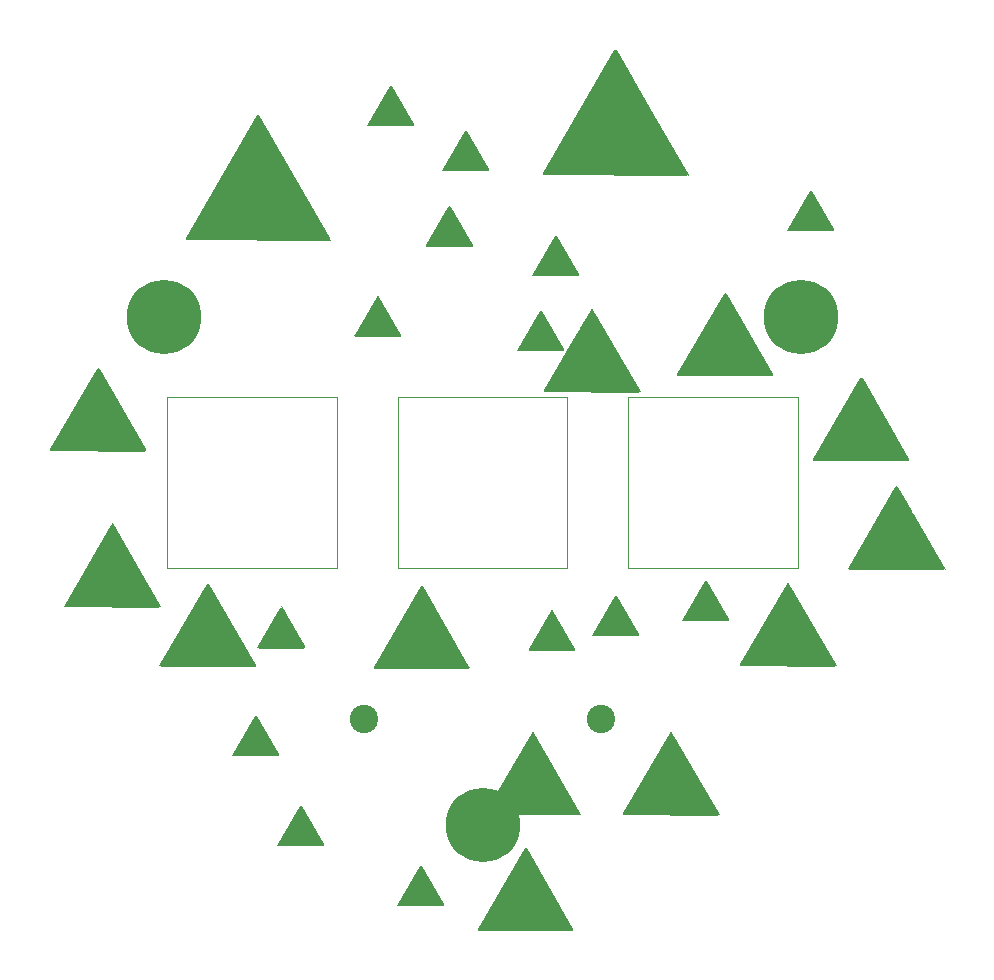
<source format=gbr>
%TF.GenerationSoftware,KiCad,Pcbnew,(7.0.0-0)*%
%TF.CreationDate,2023-03-08T23:01:28-06:00*%
%TF.ProjectId,RP2040_minimal,52503230-3430-45f6-9d69-6e696d616c2e,REV1*%
%TF.SameCoordinates,Original*%
%TF.FileFunction,Soldermask,Bot*%
%TF.FilePolarity,Negative*%
%FSLAX46Y46*%
G04 Gerber Fmt 4.6, Leading zero omitted, Abs format (unit mm)*
G04 Created by KiCad (PCBNEW (7.0.0-0)) date 2023-03-08 23:01:28*
%MOMM*%
%LPD*%
G01*
G04 APERTURE LIST*
%TA.AperFunction,Profile*%
%ADD10C,0.120000*%
%TD*%
%ADD11C,2.402000*%
%ADD12C,6.302000*%
%ADD13C,4.302000*%
G04 APERTURE END LIST*
D10*
%TO.C,REF\u002A\u002A*%
X-26675000Y7250000D02*
X-12325000Y7250000D01*
X-12325000Y7250000D02*
X-12325000Y-7250000D01*
X-12325000Y-7250000D02*
X-26675000Y-7250000D01*
X-26675000Y-7250000D02*
X-26675000Y7250000D01*
X-7175000Y7250000D02*
X7175000Y7250000D01*
X7175000Y7250000D02*
X7175000Y-7250000D01*
X7175000Y-7250000D02*
X-7175000Y-7250000D01*
X-7175000Y-7250000D02*
X-7175000Y7250000D01*
X12325000Y7250000D02*
X26675000Y7250000D01*
X26675000Y7250000D02*
X26675000Y-7250000D01*
X26675000Y-7250000D02*
X12325000Y-7250000D01*
X12325000Y-7250000D02*
X12325000Y7250000D01*
%TD*%
D11*
%TO.C,REF\u002A\u002A*%
X-10000000Y-20000000D03*
%TD*%
%TO.C,REF\u002A\u002A*%
X10000000Y-20000000D03*
%TD*%
D12*
%TO.C,H3*%
X0Y-29000000D03*
D13*
X0Y-29000000D03*
%TD*%
D12*
%TO.C,H2*%
X27000000Y14000000D03*
D13*
X27000000Y14000000D03*
%TD*%
D12*
%TO.C,H1*%
X-27000000Y14000000D03*
D13*
X-27000000Y14000000D03*
%TD*%
G36*
X-8787464Y15775387D02*
G01*
X-8742176Y15729902D01*
X-6890881Y12507238D01*
X-6874402Y12445202D01*
X-6891150Y12383238D01*
X-6936635Y12337950D01*
X-6998671Y12321471D01*
X-10715227Y12329535D01*
X-10777191Y12346283D01*
X-10822479Y12391768D01*
X-10838958Y12453804D01*
X-10822210Y12515768D01*
X-8956949Y15730368D01*
X-8911464Y15775656D01*
X-8849428Y15792135D01*
X-8787464Y15775387D01*
G37*
G36*
X-32468829Y9649508D02*
G01*
X-32423541Y9604023D01*
X-28506984Y2786233D01*
X-28490505Y2724197D01*
X-28507253Y2662233D01*
X-28552738Y2616945D01*
X-28614774Y2600466D01*
X-36477433Y2617525D01*
X-36539397Y2634273D01*
X-36584685Y2679758D01*
X-36601164Y2741794D01*
X-36584416Y2803758D01*
X-32638314Y9604489D01*
X-32592829Y9649777D01*
X-32530793Y9666256D01*
X-32468829Y9649508D01*
G37*
G36*
X32131171Y8849508D02*
G01*
X32176459Y8804023D01*
X36093016Y1986233D01*
X36109495Y1924197D01*
X36092747Y1862233D01*
X36047262Y1816945D01*
X35985226Y1800466D01*
X28122567Y1817525D01*
X28060603Y1834273D01*
X28015315Y1879758D01*
X27998836Y1941794D01*
X28015584Y2003758D01*
X31961686Y8804489D01*
X32007171Y8849777D01*
X32069207Y8866256D01*
X32131171Y8849508D01*
G37*
G36*
X35131171Y-350492D02*
G01*
X35176459Y-395977D01*
X39093016Y-7213767D01*
X39109495Y-7275803D01*
X39092747Y-7337767D01*
X39047262Y-7383055D01*
X38985226Y-7399534D01*
X31122567Y-7382475D01*
X31060603Y-7365727D01*
X31015315Y-7320242D01*
X30998836Y-7258206D01*
X31015584Y-7196242D01*
X34961686Y-395511D01*
X35007171Y-350223D01*
X35069207Y-333744D01*
X35131171Y-350492D01*
G37*
G36*
X25931171Y-8550492D02*
G01*
X25976459Y-8595977D01*
X29893016Y-15413767D01*
X29909495Y-15475803D01*
X29892747Y-15537767D01*
X29847262Y-15583055D01*
X29785226Y-15599534D01*
X21922567Y-15582475D01*
X21860603Y-15565727D01*
X21815315Y-15520242D01*
X21798836Y-15458206D01*
X21815584Y-15396242D01*
X25761686Y-8595511D01*
X25807171Y-8550223D01*
X25869207Y-8533744D01*
X25931171Y-8550492D01*
G37*
G36*
X18982536Y-8314613D02*
G01*
X19027824Y-8360098D01*
X20879119Y-11582762D01*
X20895598Y-11644798D01*
X20878850Y-11706762D01*
X20833365Y-11752050D01*
X20771329Y-11768529D01*
X17054773Y-11760465D01*
X16992809Y-11743717D01*
X16947521Y-11698232D01*
X16931042Y-11636196D01*
X16947790Y-11574232D01*
X18813051Y-8359632D01*
X18858536Y-8314344D01*
X18920572Y-8297865D01*
X18982536Y-8314613D01*
G37*
G36*
X16023377Y-21168482D02*
G01*
X16068665Y-21213967D01*
X19985222Y-28031757D01*
X20001701Y-28093793D01*
X19984953Y-28155757D01*
X19939468Y-28201045D01*
X19877432Y-28217524D01*
X12014773Y-28200465D01*
X11952809Y-28183717D01*
X11907521Y-28138232D01*
X11891042Y-28076196D01*
X11907790Y-28014232D01*
X15853892Y-21213501D01*
X15899377Y-21168213D01*
X15961413Y-21151734D01*
X16023377Y-21168482D01*
G37*
G36*
X4331171Y-21150492D02*
G01*
X4376459Y-21195977D01*
X8293016Y-28013767D01*
X8309495Y-28075803D01*
X8292747Y-28137767D01*
X8247262Y-28183055D01*
X8185226Y-28199534D01*
X322567Y-28182475D01*
X260603Y-28165727D01*
X215315Y-28120242D01*
X198836Y-28058206D01*
X215584Y-27996242D01*
X4161686Y-21195511D01*
X4207171Y-21150223D01*
X4269207Y-21133744D01*
X4331171Y-21150492D01*
G37*
G36*
X3731171Y-30950492D02*
G01*
X3776459Y-30995977D01*
X7693016Y-37813767D01*
X7709495Y-37875803D01*
X7692747Y-37937767D01*
X7647262Y-37983055D01*
X7585226Y-37999534D01*
X-277433Y-37982475D01*
X-339397Y-37965727D01*
X-384685Y-37920242D01*
X-401164Y-37858206D01*
X-384416Y-37796242D01*
X3561686Y-30995511D01*
X3607171Y-30950223D01*
X3669207Y-30933744D01*
X3731171Y-30950492D01*
G37*
G36*
X-5147464Y-32444613D02*
G01*
X-5102176Y-32490098D01*
X-3250881Y-35712762D01*
X-3234402Y-35774798D01*
X-3251150Y-35836762D01*
X-3296635Y-35882050D01*
X-3358671Y-35898529D01*
X-7075227Y-35890465D01*
X-7137191Y-35873717D01*
X-7182479Y-35828232D01*
X-7198958Y-35766196D01*
X-7182210Y-35704232D01*
X-5316949Y-32489632D01*
X-5271464Y-32444344D01*
X-5209428Y-32427865D01*
X-5147464Y-32444613D01*
G37*
G36*
X-15307464Y-27364613D02*
G01*
X-15262176Y-27410098D01*
X-13410881Y-30632762D01*
X-13394402Y-30694798D01*
X-13411150Y-30756762D01*
X-13456635Y-30802050D01*
X-13518671Y-30818529D01*
X-17235227Y-30810465D01*
X-17297191Y-30793717D01*
X-17342479Y-30748232D01*
X-17358958Y-30686196D01*
X-17342210Y-30624232D01*
X-15476949Y-27409632D01*
X-15431464Y-27364344D01*
X-15369428Y-27347865D01*
X-15307464Y-27364613D01*
G37*
G36*
X-19117464Y-19744613D02*
G01*
X-19072176Y-19790098D01*
X-17220881Y-23012762D01*
X-17204402Y-23074798D01*
X-17221150Y-23136762D01*
X-17266635Y-23182050D01*
X-17328671Y-23198529D01*
X-21045227Y-23190465D01*
X-21107191Y-23173717D01*
X-21152479Y-23128232D01*
X-21168958Y-23066196D01*
X-21152210Y-23004232D01*
X-19286949Y-19789632D01*
X-19241464Y-19744344D01*
X-19179428Y-19727865D01*
X-19117464Y-19744613D01*
G37*
G36*
X-16965258Y-10630746D02*
G01*
X-16919970Y-10676231D01*
X-15068675Y-13898895D01*
X-15052196Y-13960931D01*
X-15068944Y-14022895D01*
X-15114429Y-14068183D01*
X-15176465Y-14084662D01*
X-18893021Y-14076598D01*
X-18954985Y-14059850D01*
X-19000273Y-14014365D01*
X-19016752Y-13952329D01*
X-19000004Y-13890365D01*
X-17134743Y-10675765D01*
X-17089258Y-10630477D01*
X-17027222Y-10613998D01*
X-16965258Y-10630746D01*
G37*
G36*
X5946433Y-10845618D02*
G01*
X5991721Y-10891103D01*
X7843016Y-14113767D01*
X7859495Y-14175803D01*
X7842747Y-14237767D01*
X7797262Y-14283055D01*
X7735226Y-14299534D01*
X4018670Y-14291470D01*
X3956706Y-14274722D01*
X3911418Y-14229237D01*
X3894939Y-14167201D01*
X3911687Y-14105237D01*
X5776948Y-10890637D01*
X5822433Y-10845349D01*
X5884469Y-10828870D01*
X5946433Y-10845618D01*
G37*
G36*
X11362536Y-9584613D02*
G01*
X11407824Y-9630098D01*
X13259119Y-12852762D01*
X13275598Y-12914798D01*
X13258850Y-12976762D01*
X13213365Y-13022050D01*
X13151329Y-13038529D01*
X9434773Y-13030465D01*
X9372809Y-13013717D01*
X9327521Y-12968232D01*
X9311042Y-12906196D01*
X9327790Y-12844232D01*
X11193051Y-9629632D01*
X11238536Y-9584344D01*
X11300572Y-9567865D01*
X11362536Y-9584613D01*
G37*
G36*
X-23176623Y-8568482D02*
G01*
X-23131335Y-8613967D01*
X-19214778Y-15431757D01*
X-19198299Y-15493793D01*
X-19215047Y-15555757D01*
X-19260532Y-15601045D01*
X-19322568Y-15617524D01*
X-27185227Y-15600465D01*
X-27247191Y-15583717D01*
X-27292479Y-15538232D01*
X-27308958Y-15476196D01*
X-27292210Y-15414232D01*
X-23346108Y-8613501D01*
X-23300623Y-8568213D01*
X-23238587Y-8551734D01*
X-23176623Y-8568482D01*
G37*
G36*
X-31268829Y-3550492D02*
G01*
X-31223541Y-3595977D01*
X-27306984Y-10413767D01*
X-27290505Y-10475803D01*
X-27307253Y-10537767D01*
X-27352738Y-10583055D01*
X-27414774Y-10599534D01*
X-35277433Y-10582475D01*
X-35339397Y-10565727D01*
X-35384685Y-10520242D01*
X-35401164Y-10458206D01*
X-35384416Y-10396242D01*
X-31438314Y-3595511D01*
X-31392829Y-3550223D01*
X-31330793Y-3533744D01*
X-31268829Y-3550492D01*
G37*
G36*
X-5068829Y-8750492D02*
G01*
X-5023541Y-8795977D01*
X-1106984Y-15613767D01*
X-1090505Y-15675803D01*
X-1107253Y-15737767D01*
X-1152738Y-15783055D01*
X-1214774Y-15799534D01*
X-9077433Y-15782475D01*
X-9139397Y-15765727D01*
X-9184685Y-15720242D01*
X-9201164Y-15658206D01*
X-9184416Y-15596242D01*
X-5238314Y-8795511D01*
X-5192829Y-8750223D01*
X-5130793Y-8733744D01*
X-5068829Y-8750492D01*
G37*
G36*
X27872536Y24705387D02*
G01*
X27917824Y24659902D01*
X29769119Y21437238D01*
X29785598Y21375202D01*
X29768850Y21313238D01*
X29723365Y21267950D01*
X29661329Y21251471D01*
X25944773Y21259535D01*
X25882809Y21276283D01*
X25837521Y21321768D01*
X25821042Y21383804D01*
X25837790Y21445768D01*
X27703051Y24660368D01*
X27748536Y24705656D01*
X27810572Y24722135D01*
X27872536Y24705387D01*
G37*
G36*
X9331171Y14649508D02*
G01*
X9376459Y14604023D01*
X13293016Y7786233D01*
X13309495Y7724197D01*
X13292747Y7662233D01*
X13247262Y7616945D01*
X13185226Y7600466D01*
X5322567Y7617525D01*
X5260603Y7634273D01*
X5215315Y7679758D01*
X5198836Y7741794D01*
X5215584Y7803758D01*
X9161686Y14604489D01*
X9207171Y14649777D01*
X9269207Y14666256D01*
X9331171Y14649508D01*
G37*
G36*
X11304218Y36617651D02*
G01*
X11349506Y36572166D01*
X17331325Y26159248D01*
X17347804Y26097212D01*
X17331056Y26035248D01*
X17285571Y25989960D01*
X17223535Y25973481D01*
X5214773Y25999535D01*
X5152809Y26016283D01*
X5107521Y26061768D01*
X5091042Y26123804D01*
X5107790Y26185768D01*
X11134733Y36572632D01*
X11180218Y36617920D01*
X11242254Y36634399D01*
X11304218Y36617651D01*
G37*
G36*
X-1337464Y29785387D02*
G01*
X-1292176Y29739902D01*
X559119Y26517238D01*
X575598Y26455202D01*
X558850Y26393238D01*
X513365Y26347950D01*
X451329Y26331471D01*
X-3265227Y26339535D01*
X-3327191Y26356283D01*
X-3372479Y26401768D01*
X-3388958Y26463804D01*
X-3372210Y26525768D01*
X-1506949Y29740368D01*
X-1461464Y29785656D01*
X-1399428Y29802135D01*
X-1337464Y29785387D01*
G37*
G36*
X-7687464Y33595387D02*
G01*
X-7642176Y33549902D01*
X-5790881Y30327238D01*
X-5774402Y30265202D01*
X-5791150Y30203238D01*
X-5836635Y30157950D01*
X-5898671Y30141471D01*
X-9615227Y30149535D01*
X-9677191Y30166283D01*
X-9722479Y30211768D01*
X-9738958Y30273804D01*
X-9722210Y30335768D01*
X-7856949Y33550368D01*
X-7811464Y33595656D01*
X-7749428Y33612135D01*
X-7687464Y33595387D01*
G37*
G36*
X20623377Y16031518D02*
G01*
X20668665Y15986033D01*
X24585222Y9168243D01*
X24601701Y9106207D01*
X24584953Y9044243D01*
X24539468Y8998955D01*
X24477432Y8982476D01*
X16614773Y8999535D01*
X16552809Y9016283D01*
X16507521Y9061768D01*
X16491042Y9123804D01*
X16507790Y9185768D01*
X20453892Y15986499D01*
X20499377Y16031787D01*
X20561413Y16048266D01*
X20623377Y16031518D01*
G37*
G36*
X-18944460Y31118913D02*
G01*
X-18899172Y31073428D01*
X-12917353Y20660510D01*
X-12900874Y20598474D01*
X-12917622Y20536510D01*
X-12963107Y20491222D01*
X-13025143Y20474743D01*
X-25033905Y20500797D01*
X-25095869Y20517545D01*
X-25141157Y20563030D01*
X-25157636Y20625066D01*
X-25140888Y20687030D01*
X-19113945Y31073894D01*
X-19068460Y31119182D01*
X-19006424Y31135661D01*
X-18944460Y31118913D01*
G37*
G36*
X-2714083Y23374138D02*
G01*
X-2668795Y23328653D01*
X-817500Y20105989D01*
X-801021Y20043953D01*
X-817769Y19981989D01*
X-863254Y19936701D01*
X-925290Y19920222D01*
X-4641846Y19928286D01*
X-4703810Y19945034D01*
X-4749098Y19990519D01*
X-4765577Y20052555D01*
X-4748829Y20114519D01*
X-2883568Y23329119D01*
X-2838083Y23374407D01*
X-2776047Y23390886D01*
X-2714083Y23374138D01*
G37*
G36*
X5012536Y14545387D02*
G01*
X5057824Y14499902D01*
X6909119Y11277238D01*
X6925598Y11215202D01*
X6908850Y11153238D01*
X6863365Y11107950D01*
X6801329Y11091471D01*
X3084773Y11099535D01*
X3022809Y11116283D01*
X2977521Y11161768D01*
X2961042Y11223804D01*
X2977790Y11285768D01*
X4843051Y14500368D01*
X4888536Y14545656D01*
X4950572Y14562135D01*
X5012536Y14545387D01*
G37*
G36*
X6282536Y20895387D02*
G01*
X6327824Y20849902D01*
X8179119Y17627238D01*
X8195598Y17565202D01*
X8178850Y17503238D01*
X8133365Y17457950D01*
X8071329Y17441471D01*
X4354773Y17449535D01*
X4292809Y17466283D01*
X4247521Y17511768D01*
X4231042Y17573804D01*
X4247790Y17635768D01*
X6113051Y20850368D01*
X6158536Y20895656D01*
X6220572Y20912135D01*
X6282536Y20895387D01*
G37*
G36*
X3670209Y-30805763D02*
G01*
X3671492Y-30806234D01*
X3679053Y-30812606D01*
X3679498Y-30813139D01*
X7802117Y-37989633D01*
X7802353Y-37990286D01*
X7804049Y-38000027D01*
X7803809Y-38001374D01*
X7803083Y-38002625D01*
X7802033Y-38003502D01*
X7792736Y-38006863D01*
X7792052Y-38006982D01*
X-484287Y-37989027D01*
X-484971Y-37988905D01*
X-494256Y-37985502D01*
X-495302Y-37984621D01*
X-496022Y-37983369D01*
X-496257Y-37982020D01*
X-495899Y-37980017D01*
X-488738Y-37980017D01*
X7796540Y-37997992D01*
X3669467Y-30813745D01*
X-488738Y-37980017D01*
X-495899Y-37980017D01*
X-494518Y-37972286D01*
X-494279Y-37971634D01*
X3659438Y-30813095D01*
X3659886Y-30812564D01*
X3667475Y-30806224D01*
X3668763Y-30805759D01*
X3670209Y-30805763D01*
G37*
G36*
X-5208426Y-32299884D02*
G01*
X-5207143Y-32300355D01*
X-5199582Y-32306727D01*
X-5199137Y-32307260D01*
X-3141780Y-35888628D01*
X-3141544Y-35889281D01*
X-3139848Y-35899022D01*
X-3140088Y-35900369D01*
X-3140814Y-35901620D01*
X-3141864Y-35902497D01*
X-3151161Y-35905858D01*
X-3151845Y-35905977D01*
X-7282081Y-35897017D01*
X-7282765Y-35896895D01*
X-7292050Y-35893492D01*
X-7293096Y-35892611D01*
X-7293816Y-35891359D01*
X-7294051Y-35890010D01*
X-7293693Y-35888007D01*
X-7286532Y-35888007D01*
X-3147357Y-35896987D01*
X-5209168Y-32307866D01*
X-7286532Y-35888007D01*
X-7293693Y-35888007D01*
X-7292312Y-35880276D01*
X-7292073Y-35879624D01*
X-5219197Y-32307216D01*
X-5218749Y-32306685D01*
X-5211160Y-32300345D01*
X-5209872Y-32299880D01*
X-5208426Y-32299884D01*
G37*
G36*
X-15368426Y-27219884D02*
G01*
X-15367143Y-27220355D01*
X-15359582Y-27226727D01*
X-15359137Y-27227260D01*
X-13301780Y-30808628D01*
X-13301544Y-30809281D01*
X-13299848Y-30819022D01*
X-13300088Y-30820369D01*
X-13300814Y-30821620D01*
X-13301864Y-30822497D01*
X-13311161Y-30825858D01*
X-13311845Y-30825977D01*
X-17442081Y-30817017D01*
X-17442765Y-30816895D01*
X-17452050Y-30813492D01*
X-17453096Y-30812611D01*
X-17453816Y-30811359D01*
X-17454051Y-30810010D01*
X-17453693Y-30808007D01*
X-17446532Y-30808007D01*
X-13307357Y-30816987D01*
X-15369168Y-27227866D01*
X-17446532Y-30808007D01*
X-17453693Y-30808007D01*
X-17452312Y-30800276D01*
X-17452073Y-30799624D01*
X-15379197Y-27227216D01*
X-15378749Y-27226685D01*
X-15371160Y-27220345D01*
X-15369872Y-27219880D01*
X-15368426Y-27219884D01*
G37*
G36*
X4270209Y-21005763D02*
G01*
X4271492Y-21006234D01*
X4279053Y-21012606D01*
X4279498Y-21013139D01*
X8402117Y-28189633D01*
X8402353Y-28190286D01*
X8404049Y-28200027D01*
X8403809Y-28201374D01*
X8403083Y-28202625D01*
X8402033Y-28203502D01*
X8392736Y-28206863D01*
X8392052Y-28206982D01*
X3101778Y-28195504D01*
X3076597Y-28203480D01*
X3060889Y-28224305D01*
X3060137Y-28250786D01*
X3059264Y-28252382D01*
X3057460Y-28252610D01*
X3056216Y-28251283D01*
X3038251Y-28188925D01*
X3038576Y-28187167D01*
X3040177Y-28186371D01*
X8396540Y-28197992D01*
X4269467Y-21013745D01*
X1298984Y-26133091D01*
X1297895Y-26133982D01*
X1296489Y-26133935D01*
X1255613Y-26117004D01*
X1254441Y-26115652D01*
X1254819Y-26113904D01*
X1256445Y-26113157D01*
X1287132Y-26114178D01*
X1310771Y-26094842D01*
X4259438Y-21013095D01*
X4259886Y-21012564D01*
X4267475Y-21006224D01*
X4268763Y-21005759D01*
X4270209Y-21005763D01*
G37*
G36*
X15962415Y-21023753D02*
G01*
X15963698Y-21024224D01*
X15971259Y-21030596D01*
X15971704Y-21031129D01*
X20094323Y-28207623D01*
X20094559Y-28208276D01*
X20096255Y-28218017D01*
X20096015Y-28219364D01*
X20095289Y-28220615D01*
X20094239Y-28221492D01*
X20084942Y-28224853D01*
X20084258Y-28224972D01*
X11807919Y-28207017D01*
X11807235Y-28206895D01*
X11797950Y-28203492D01*
X11796904Y-28202611D01*
X11796184Y-28201359D01*
X11795949Y-28200010D01*
X11796307Y-28198007D01*
X11803468Y-28198007D01*
X20088746Y-28215982D01*
X15961673Y-21031735D01*
X11803468Y-28198007D01*
X11796307Y-28198007D01*
X11797688Y-28190276D01*
X11797927Y-28189624D01*
X15951644Y-21031085D01*
X15952092Y-21030554D01*
X15959681Y-21024214D01*
X15960969Y-21023749D01*
X15962415Y-21023753D01*
G37*
G36*
X-19178426Y-19599884D02*
G01*
X-19177143Y-19600355D01*
X-19169582Y-19606727D01*
X-19169137Y-19607260D01*
X-17111780Y-23188628D01*
X-17111544Y-23189281D01*
X-17109848Y-23199022D01*
X-17110088Y-23200369D01*
X-17110814Y-23201620D01*
X-17111864Y-23202497D01*
X-17121161Y-23205858D01*
X-17121845Y-23205977D01*
X-21252081Y-23197017D01*
X-21252765Y-23196895D01*
X-21262050Y-23193492D01*
X-21263096Y-23192611D01*
X-21263816Y-23191359D01*
X-21264051Y-23190010D01*
X-21263693Y-23188007D01*
X-21256532Y-23188007D01*
X-17117357Y-23196987D01*
X-19179168Y-19607866D01*
X-21256532Y-23188007D01*
X-21263693Y-23188007D01*
X-21262312Y-23180276D01*
X-21262073Y-23179624D01*
X-19189197Y-19607216D01*
X-19188749Y-19606685D01*
X-19181160Y-19600345D01*
X-19179872Y-19599880D01*
X-19178426Y-19599884D01*
G37*
G36*
X-5129791Y-8605763D02*
G01*
X-5128508Y-8606234D01*
X-5120947Y-8612606D01*
X-5120502Y-8613139D01*
X-997883Y-15789633D01*
X-997647Y-15790286D01*
X-995951Y-15800027D01*
X-996191Y-15801374D01*
X-996917Y-15802625D01*
X-997967Y-15803502D01*
X-1007264Y-15806863D01*
X-1007948Y-15806982D01*
X-9284287Y-15789027D01*
X-9284971Y-15788905D01*
X-9294256Y-15785502D01*
X-9295302Y-15784621D01*
X-9296022Y-15783369D01*
X-9296257Y-15782020D01*
X-9295899Y-15780017D01*
X-9288738Y-15780017D01*
X-1003460Y-15797992D01*
X-5130533Y-8613745D01*
X-9288738Y-15780017D01*
X-9295899Y-15780017D01*
X-9294518Y-15772286D01*
X-9294279Y-15771634D01*
X-5140562Y-8613095D01*
X-5140114Y-8612564D01*
X-5132525Y-8606224D01*
X-5131237Y-8605759D01*
X-5129791Y-8605763D01*
G37*
G36*
X-23237585Y-8423753D02*
G01*
X-23236302Y-8424224D01*
X-23228741Y-8430596D01*
X-23228296Y-8431129D01*
X-19105677Y-15607623D01*
X-19105441Y-15608276D01*
X-19103745Y-15618017D01*
X-19103985Y-15619364D01*
X-19104711Y-15620615D01*
X-19105761Y-15621492D01*
X-19115058Y-15624853D01*
X-19115742Y-15624972D01*
X-27392081Y-15607017D01*
X-27392765Y-15606895D01*
X-27402050Y-15603492D01*
X-27403096Y-15602611D01*
X-27403816Y-15601359D01*
X-27404051Y-15600010D01*
X-27403693Y-15598007D01*
X-27396532Y-15598007D01*
X-19111254Y-15615982D01*
X-23238327Y-8431735D01*
X-27396532Y-15598007D01*
X-27403693Y-15598007D01*
X-27402312Y-15590276D01*
X-27402073Y-15589624D01*
X-23248356Y-8431085D01*
X-23247908Y-8430554D01*
X-23240319Y-8424214D01*
X-23239031Y-8423749D01*
X-23237585Y-8423753D01*
G37*
G36*
X25870209Y-8405763D02*
G01*
X25871492Y-8406234D01*
X25879053Y-8412606D01*
X25879498Y-8413139D01*
X30002117Y-15589633D01*
X30002353Y-15590286D01*
X30004049Y-15600027D01*
X30003809Y-15601374D01*
X30003083Y-15602625D01*
X30002033Y-15603502D01*
X29992736Y-15606863D01*
X29992052Y-15606982D01*
X21715713Y-15589027D01*
X21715029Y-15588905D01*
X21705744Y-15585502D01*
X21704698Y-15584621D01*
X21703978Y-15583369D01*
X21703743Y-15582020D01*
X21704101Y-15580017D01*
X21711262Y-15580017D01*
X29996540Y-15597992D01*
X25869467Y-8413745D01*
X21711262Y-15580017D01*
X21704101Y-15580017D01*
X21705482Y-15572286D01*
X21705721Y-15571634D01*
X25859438Y-8413095D01*
X25859886Y-8412564D01*
X25867475Y-8406224D01*
X25868763Y-8405759D01*
X25870209Y-8405763D01*
G37*
G36*
X5885471Y-10700889D02*
G01*
X5886754Y-10701360D01*
X5894315Y-10707732D01*
X5894760Y-10708265D01*
X7952117Y-14289633D01*
X7952353Y-14290286D01*
X7954049Y-14300027D01*
X7953809Y-14301374D01*
X7953083Y-14302625D01*
X7952033Y-14303502D01*
X7942736Y-14306863D01*
X7942052Y-14306982D01*
X3811816Y-14298022D01*
X3811132Y-14297900D01*
X3801847Y-14294497D01*
X3800801Y-14293616D01*
X3800081Y-14292364D01*
X3799846Y-14291015D01*
X3800204Y-14289012D01*
X3807365Y-14289012D01*
X7946540Y-14297992D01*
X5884729Y-10708871D01*
X3807365Y-14289012D01*
X3800204Y-14289012D01*
X3801585Y-14281281D01*
X3801824Y-14280629D01*
X5874700Y-10708221D01*
X5875148Y-10707690D01*
X5882737Y-10701350D01*
X5884025Y-10700885D01*
X5885471Y-10700889D01*
G37*
G36*
X-17026220Y-10486017D02*
G01*
X-17024937Y-10486488D01*
X-17017376Y-10492860D01*
X-17016931Y-10493393D01*
X-14959574Y-14074761D01*
X-14959338Y-14075414D01*
X-14957642Y-14085155D01*
X-14957882Y-14086502D01*
X-14958608Y-14087753D01*
X-14959658Y-14088630D01*
X-14968955Y-14091991D01*
X-14969639Y-14092110D01*
X-19099875Y-14083150D01*
X-19100559Y-14083028D01*
X-19109844Y-14079625D01*
X-19110890Y-14078744D01*
X-19111610Y-14077492D01*
X-19111845Y-14076143D01*
X-19111487Y-14074140D01*
X-19104326Y-14074140D01*
X-14965151Y-14083120D01*
X-17026962Y-10493999D01*
X-19104326Y-14074140D01*
X-19111487Y-14074140D01*
X-19110106Y-14066409D01*
X-19109867Y-14065757D01*
X-17036991Y-10493349D01*
X-17036543Y-10492818D01*
X-17028954Y-10486478D01*
X-17027666Y-10486013D01*
X-17026220Y-10486017D01*
G37*
G36*
X11301574Y-9439884D02*
G01*
X11302857Y-9440355D01*
X11310418Y-9446727D01*
X11310863Y-9447260D01*
X13368220Y-13028628D01*
X13368456Y-13029281D01*
X13370152Y-13039022D01*
X13369912Y-13040369D01*
X13369186Y-13041620D01*
X13368136Y-13042497D01*
X13358839Y-13045858D01*
X13358155Y-13045977D01*
X9227919Y-13037017D01*
X9227235Y-13036895D01*
X9217950Y-13033492D01*
X9216904Y-13032611D01*
X9216184Y-13031359D01*
X9215949Y-13030010D01*
X9216307Y-13028007D01*
X9223468Y-13028007D01*
X13362643Y-13036987D01*
X11300832Y-9447866D01*
X9223468Y-13028007D01*
X9216307Y-13028007D01*
X9217688Y-13020276D01*
X9217927Y-13019624D01*
X11290803Y-9447216D01*
X11291251Y-9446685D01*
X11298840Y-9440345D01*
X11300128Y-9439880D01*
X11301574Y-9439884D01*
G37*
G36*
X18921574Y-8169884D02*
G01*
X18922857Y-8170355D01*
X18930418Y-8176727D01*
X18930863Y-8177260D01*
X20988220Y-11758628D01*
X20988456Y-11759281D01*
X20990152Y-11769022D01*
X20989912Y-11770369D01*
X20989186Y-11771620D01*
X20988136Y-11772497D01*
X20978839Y-11775858D01*
X20978155Y-11775977D01*
X16847919Y-11767017D01*
X16847235Y-11766895D01*
X16837950Y-11763492D01*
X16836904Y-11762611D01*
X16836184Y-11761359D01*
X16835949Y-11760010D01*
X16836307Y-11758007D01*
X16843468Y-11758007D01*
X20982643Y-11766987D01*
X18920832Y-8177866D01*
X16843468Y-11758007D01*
X16836307Y-11758007D01*
X16837688Y-11750276D01*
X16837927Y-11749624D01*
X18910803Y-8177216D01*
X18911251Y-8176685D01*
X18918840Y-8170345D01*
X18920128Y-8169880D01*
X18921574Y-8169884D01*
G37*
G36*
X-31329791Y-3405763D02*
G01*
X-31328508Y-3406234D01*
X-31320947Y-3412606D01*
X-31320502Y-3413139D01*
X-27197883Y-10589633D01*
X-27197647Y-10590286D01*
X-27195951Y-10600027D01*
X-27196191Y-10601374D01*
X-27196917Y-10602625D01*
X-27197967Y-10603502D01*
X-27207264Y-10606863D01*
X-27207948Y-10606982D01*
X-35484287Y-10589027D01*
X-35484971Y-10588905D01*
X-35494256Y-10585502D01*
X-35495302Y-10584621D01*
X-35496022Y-10583369D01*
X-35496257Y-10582020D01*
X-35495899Y-10580017D01*
X-35488738Y-10580017D01*
X-27203460Y-10597992D01*
X-31330533Y-3413745D01*
X-35488738Y-10580017D01*
X-35495899Y-10580017D01*
X-35494518Y-10572286D01*
X-35494279Y-10571634D01*
X-31340562Y-3413095D01*
X-31340114Y-3412564D01*
X-31332525Y-3406224D01*
X-31331237Y-3405759D01*
X-31329791Y-3405763D01*
G37*
G36*
X35070209Y-205763D02*
G01*
X35071492Y-206234D01*
X35079053Y-212606D01*
X35079498Y-213139D01*
X39202117Y-7389633D01*
X39202353Y-7390286D01*
X39204049Y-7400027D01*
X39203809Y-7401374D01*
X39203083Y-7402625D01*
X39202033Y-7403502D01*
X39192736Y-7406863D01*
X39192052Y-7406982D01*
X30915713Y-7389027D01*
X30915029Y-7388905D01*
X30905744Y-7385502D01*
X30904698Y-7384621D01*
X30903978Y-7383369D01*
X30903743Y-7382020D01*
X30904101Y-7380017D01*
X30911262Y-7380017D01*
X39196540Y-7397992D01*
X35069467Y-213745D01*
X30911262Y-7380017D01*
X30904101Y-7380017D01*
X30905482Y-7372286D01*
X30905721Y-7371634D01*
X35059438Y-213095D01*
X35059886Y-212564D01*
X35067475Y-206224D01*
X35068763Y-205759D01*
X35070209Y-205763D01*
G37*
G36*
X32070209Y8994237D02*
G01*
X32071492Y8993766D01*
X32079053Y8987394D01*
X32079498Y8986861D01*
X36202117Y1810367D01*
X36202353Y1809714D01*
X36204049Y1799973D01*
X36203809Y1798626D01*
X36203083Y1797375D01*
X36202033Y1796498D01*
X36192736Y1793137D01*
X36192052Y1793018D01*
X27915713Y1810973D01*
X27915029Y1811095D01*
X27905744Y1814498D01*
X27904698Y1815379D01*
X27903978Y1816631D01*
X27903743Y1817980D01*
X27904101Y1819983D01*
X27911262Y1819983D01*
X36196540Y1802008D01*
X32069467Y8986255D01*
X27911262Y1819983D01*
X27904101Y1819983D01*
X27905482Y1827714D01*
X27905721Y1828366D01*
X32059438Y8986905D01*
X32059886Y8987436D01*
X32067475Y8993776D01*
X32068763Y8994241D01*
X32070209Y8994237D01*
G37*
G36*
X-32529791Y9794237D02*
G01*
X-32528508Y9793766D01*
X-32520947Y9787394D01*
X-32520502Y9786861D01*
X-28397883Y2610367D01*
X-28397647Y2609714D01*
X-28395951Y2599973D01*
X-28396191Y2598626D01*
X-28396917Y2597375D01*
X-28397967Y2596498D01*
X-28407264Y2593137D01*
X-28407948Y2593018D01*
X-36684287Y2610973D01*
X-36684971Y2611095D01*
X-36694256Y2614498D01*
X-36695302Y2615379D01*
X-36696022Y2616631D01*
X-36696257Y2617980D01*
X-36695899Y2619983D01*
X-36688738Y2619983D01*
X-28403460Y2602008D01*
X-32530533Y9786255D01*
X-36688738Y2619983D01*
X-36695899Y2619983D01*
X-36694518Y2627714D01*
X-36694279Y2628366D01*
X-32540562Y9786905D01*
X-32540114Y9787436D01*
X-32532525Y9793776D01*
X-32531237Y9794241D01*
X-32529791Y9794237D01*
G37*
G36*
X9270209Y14794237D02*
G01*
X9271492Y14793766D01*
X9279053Y14787394D01*
X9279498Y14786861D01*
X13402117Y7610367D01*
X13402353Y7609714D01*
X13404049Y7599973D01*
X13403809Y7598626D01*
X13403083Y7597375D01*
X13402033Y7596498D01*
X13392736Y7593137D01*
X13392052Y7593018D01*
X5115713Y7610973D01*
X5115029Y7611095D01*
X5105744Y7614498D01*
X5104698Y7615379D01*
X5103978Y7616631D01*
X5103743Y7617980D01*
X5104101Y7619983D01*
X5111262Y7619983D01*
X13396540Y7602008D01*
X9269467Y14786255D01*
X5111262Y7619983D01*
X5104101Y7619983D01*
X5105482Y7627714D01*
X5105721Y7628366D01*
X7078575Y11028396D01*
X7083662Y11051108D01*
X7084266Y11052149D01*
X7101461Y11067837D01*
X9259438Y14786905D01*
X9259886Y14787436D01*
X9267475Y14793776D01*
X9268763Y14794241D01*
X9270209Y14794237D01*
G37*
G36*
X20562415Y16176247D02*
G01*
X20563698Y16175776D01*
X20571259Y16169404D01*
X20571704Y16168871D01*
X24694323Y8992377D01*
X24694559Y8991724D01*
X24696255Y8981983D01*
X24696015Y8980636D01*
X24695289Y8979385D01*
X24694239Y8978508D01*
X24684942Y8975147D01*
X24684258Y8975028D01*
X16407919Y8992983D01*
X16407235Y8993105D01*
X16397950Y8996508D01*
X16396904Y8997389D01*
X16396184Y8998641D01*
X16395949Y8999990D01*
X16396307Y9001993D01*
X16403468Y9001993D01*
X24688746Y8984018D01*
X20561673Y16168265D01*
X16403468Y9001993D01*
X16396307Y9001993D01*
X16397688Y9009724D01*
X16397927Y9010376D01*
X20551644Y16168915D01*
X20552092Y16169446D01*
X20559681Y16175786D01*
X20560969Y16176251D01*
X20562415Y16176247D01*
G37*
G36*
X4951574Y14690116D02*
G01*
X4952857Y14689645D01*
X4960418Y14683273D01*
X4960863Y14682740D01*
X7018221Y11101372D01*
X7018457Y11100719D01*
X7020314Y11090049D01*
X7020074Y11088702D01*
X7019024Y11087825D01*
X7008836Y11084142D01*
X7008152Y11084023D01*
X2877919Y11092983D01*
X2877235Y11093105D01*
X2867950Y11096508D01*
X2866904Y11097389D01*
X2866184Y11098641D01*
X2865949Y11099990D01*
X2866307Y11101993D01*
X2873468Y11101993D01*
X7012643Y11093013D01*
X4950832Y14682134D01*
X2873468Y11101993D01*
X2866307Y11101993D01*
X2867688Y11109724D01*
X2867927Y11110376D01*
X4940803Y14682784D01*
X4941251Y14683315D01*
X4948840Y14689655D01*
X4950128Y14690120D01*
X4951574Y14690116D01*
G37*
G36*
X-8848426Y15920116D02*
G01*
X-8847143Y15919645D01*
X-8839582Y15913273D01*
X-8839137Y15912740D01*
X-6781780Y12331372D01*
X-6781544Y12330719D01*
X-6779848Y12320978D01*
X-6780088Y12319631D01*
X-6780814Y12318380D01*
X-6781864Y12317503D01*
X-6791161Y12314142D01*
X-6791845Y12314023D01*
X-10922081Y12322983D01*
X-10922765Y12323105D01*
X-10932050Y12326508D01*
X-10933096Y12327389D01*
X-10933816Y12328641D01*
X-10934051Y12329990D01*
X-10933693Y12331993D01*
X-10926532Y12331993D01*
X-6787357Y12323013D01*
X-8849168Y15912134D01*
X-10926532Y12331993D01*
X-10933693Y12331993D01*
X-10932312Y12339724D01*
X-10932073Y12340376D01*
X-8859197Y15912784D01*
X-8858749Y15913315D01*
X-8851160Y15919655D01*
X-8849872Y15920120D01*
X-8848426Y15920116D01*
G37*
G36*
X6221574Y21040116D02*
G01*
X6222857Y21039645D01*
X6230418Y21033273D01*
X6230863Y21032740D01*
X8288220Y17451372D01*
X8288456Y17450719D01*
X8290152Y17440978D01*
X8289912Y17439631D01*
X8289186Y17438380D01*
X8288136Y17437503D01*
X8278839Y17434142D01*
X8278155Y17434023D01*
X4147919Y17442983D01*
X4147235Y17443105D01*
X4137950Y17446508D01*
X4136904Y17447389D01*
X4136184Y17448641D01*
X4135949Y17449990D01*
X4136307Y17451993D01*
X4143468Y17451993D01*
X8282643Y17443013D01*
X6220832Y21032134D01*
X4143468Y17451993D01*
X4136307Y17451993D01*
X4137688Y17459724D01*
X4137927Y17460376D01*
X6210803Y21032784D01*
X6211251Y21033315D01*
X6218840Y21039655D01*
X6220128Y21040120D01*
X6221574Y21040116D01*
G37*
G36*
X-2775045Y23518867D02*
G01*
X-2773762Y23518396D01*
X-2766201Y23512024D01*
X-2765756Y23511491D01*
X-708399Y19930123D01*
X-708163Y19929470D01*
X-706467Y19919729D01*
X-706707Y19918382D01*
X-707433Y19917131D01*
X-708483Y19916254D01*
X-717780Y19912893D01*
X-718464Y19912774D01*
X-4848700Y19921734D01*
X-4849384Y19921856D01*
X-4858669Y19925259D01*
X-4859715Y19926140D01*
X-4860435Y19927392D01*
X-4860670Y19928741D01*
X-4860312Y19930744D01*
X-4853151Y19930744D01*
X-713976Y19921764D01*
X-2775787Y23510885D01*
X-4853151Y19930744D01*
X-4860312Y19930744D01*
X-4858931Y19938475D01*
X-4858692Y19939127D01*
X-2785816Y23511535D01*
X-2785368Y23512066D01*
X-2777779Y23518406D01*
X-2776491Y23518871D01*
X-2775045Y23518867D01*
G37*
G36*
X-19005422Y31263642D02*
G01*
X-19004139Y31263171D01*
X-18996578Y31256799D01*
X-18996133Y31256266D01*
X-12808252Y20484644D01*
X-12808016Y20483991D01*
X-12806320Y20474250D01*
X-12806560Y20472903D01*
X-12807286Y20471652D01*
X-12808336Y20470775D01*
X-12817633Y20467414D01*
X-12818317Y20467295D01*
X-25240759Y20494245D01*
X-25241443Y20494367D01*
X-25250728Y20497770D01*
X-25251774Y20498651D01*
X-25252494Y20499903D01*
X-25252729Y20501252D01*
X-25252371Y20503255D01*
X-25245210Y20503255D01*
X-12813829Y20476285D01*
X-19006164Y31255660D01*
X-25245210Y20503255D01*
X-25252371Y20503255D01*
X-25250990Y20510986D01*
X-25250751Y20511638D01*
X-19016193Y31256310D01*
X-19015745Y31256841D01*
X-19008156Y31263181D01*
X-19006868Y31263646D01*
X-19005422Y31263642D01*
G37*
G36*
X27811574Y24850116D02*
G01*
X27812857Y24849645D01*
X27820418Y24843273D01*
X27820863Y24842740D01*
X29878220Y21261372D01*
X29878456Y21260719D01*
X29880152Y21250978D01*
X29879912Y21249631D01*
X29879186Y21248380D01*
X29878136Y21247503D01*
X29868839Y21244142D01*
X29868155Y21244023D01*
X25737919Y21252983D01*
X25737235Y21253105D01*
X25727950Y21256508D01*
X25726904Y21257389D01*
X25726184Y21258641D01*
X25725949Y21259990D01*
X25726307Y21261993D01*
X25733468Y21261993D01*
X29872643Y21253013D01*
X27810832Y24842134D01*
X25733468Y21261993D01*
X25726307Y21261993D01*
X25727688Y21269724D01*
X25727927Y21270376D01*
X27800803Y24842784D01*
X27801251Y24843315D01*
X27808840Y24849655D01*
X27810128Y24850120D01*
X27811574Y24850116D01*
G37*
G36*
X11243256Y36762380D02*
G01*
X11244539Y36761909D01*
X11252100Y36755537D01*
X11252545Y36755004D01*
X17440426Y25983382D01*
X17440662Y25982729D01*
X17442358Y25972988D01*
X17442118Y25971641D01*
X17441392Y25970390D01*
X17440342Y25969513D01*
X17431045Y25966152D01*
X17430361Y25966033D01*
X5007919Y25992983D01*
X5007235Y25993105D01*
X4997950Y25996508D01*
X4996904Y25997389D01*
X4996184Y25998641D01*
X4995949Y25999990D01*
X4996307Y26001993D01*
X5003468Y26001993D01*
X17434849Y25975023D01*
X11242514Y36754398D01*
X5003468Y26001993D01*
X4996307Y26001993D01*
X4997688Y26009724D01*
X4997927Y26010376D01*
X11232485Y36755048D01*
X11232933Y36755579D01*
X11240522Y36761919D01*
X11241810Y36762384D01*
X11243256Y36762380D01*
G37*
G36*
X-1398426Y29930116D02*
G01*
X-1397143Y29929645D01*
X-1389582Y29923273D01*
X-1389137Y29922740D01*
X668220Y26341372D01*
X668456Y26340719D01*
X670152Y26330978D01*
X669912Y26329631D01*
X669186Y26328380D01*
X668136Y26327503D01*
X658839Y26324142D01*
X658155Y26324023D01*
X-3472081Y26332983D01*
X-3472765Y26333105D01*
X-3482050Y26336508D01*
X-3483096Y26337389D01*
X-3483816Y26338641D01*
X-3484051Y26339990D01*
X-3483693Y26341993D01*
X-3476532Y26341993D01*
X662643Y26333013D01*
X-1399168Y29922134D01*
X-3476532Y26341993D01*
X-3483693Y26341993D01*
X-3482312Y26349724D01*
X-3482073Y26350376D01*
X-1409197Y29922784D01*
X-1408749Y29923315D01*
X-1401160Y29929655D01*
X-1399872Y29930120D01*
X-1398426Y29930116D01*
G37*
G36*
X-7748426Y33740116D02*
G01*
X-7747143Y33739645D01*
X-7739582Y33733273D01*
X-7739137Y33732740D01*
X-5681780Y30151372D01*
X-5681544Y30150719D01*
X-5679848Y30140978D01*
X-5680088Y30139631D01*
X-5680814Y30138380D01*
X-5681864Y30137503D01*
X-5691161Y30134142D01*
X-5691845Y30134023D01*
X-9822081Y30142983D01*
X-9822765Y30143105D01*
X-9832050Y30146508D01*
X-9833096Y30147389D01*
X-9833816Y30148641D01*
X-9834051Y30149990D01*
X-9833693Y30151993D01*
X-9826532Y30151993D01*
X-5687357Y30143013D01*
X-7749168Y33732134D01*
X-9826532Y30151993D01*
X-9833693Y30151993D01*
X-9832312Y30159724D01*
X-9832073Y30160376D01*
X-7759197Y33732784D01*
X-7758749Y33733315D01*
X-7751160Y33739655D01*
X-7749872Y33740120D01*
X-7748426Y33740116D01*
G37*
M02*

</source>
